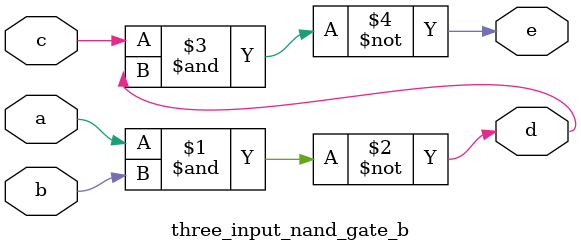
<source format=v>
`timescale 1ns / 1ps


module three_input_nand_gate_b(
    input a,b,c,
    output d,e
    );
    
    assign d = ~(a&b);
    assign e = ~(c&d);
    
endmodule
</source>
